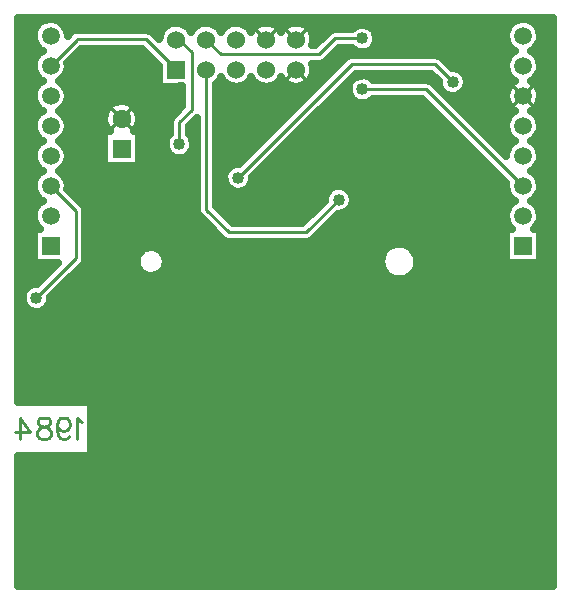
<source format=gbr>
G04 DipTrace 2.3.0.1*
%INBottomCopper.gbr*%
%MOIN*%
%ADD14C,0.01*%
%ADD16C,0.025*%
%ADD17C,0.013*%
%ADD21R,0.063X0.063*%
%ADD22C,0.063*%
%ADD23C,0.06*%
%ADD24R,0.06X0.06*%
%ADD25R,0.0598X0.0598*%
%ADD26C,0.0598*%
%ADD30C,0.04*%
%ADD32C,0.1654*%
%ADD64C,0.0108*%
%FSLAX44Y44*%
G04*
G70*
G90*
G75*
G01*
%LNBottom*%
%LPD*%
X5662Y17594D2*
D14*
Y17606D1*
X4662Y18606D1*
X2359D1*
Y18594D1*
X1477Y17713D1*
X5770Y15104D2*
Y15837D1*
X6174Y16240D1*
Y18181D1*
X5768Y18587D1*
X5670D1*
X5662Y18594D1*
X14879Y17181D2*
X14295Y17765D1*
X11512D1*
X7735Y13988D1*
X6662Y17594D2*
Y12921D1*
X7418Y12165D1*
X9997D1*
X11083Y13252D1*
X17225Y13713D2*
X14001Y16937D1*
X11871D1*
Y18631D2*
X10965D1*
X10432Y18098D1*
X7158D1*
X6662Y18594D1*
X1477Y13713D2*
X2323Y12866D1*
Y11299D1*
X1005Y9980D1*
D30*
X5770Y15104D3*
X14879Y17181D3*
X7735Y13988D3*
X11083Y13252D3*
X11871Y16937D3*
Y18631D3*
X1005Y9980D3*
D32*
X17087Y2500D3*
X1930D3*
X410Y19052D2*
D16*
X1003D1*
X1952D2*
X5304D1*
X6018D2*
X6304D1*
X7018D2*
X7304D1*
X8018D2*
X8304D1*
X9018D2*
X9304D1*
X10018D2*
X11648D1*
X12096D2*
X16749D1*
X17702D2*
X18214D1*
X410Y18803D2*
X894D1*
X4936D2*
X5112D1*
X10213D2*
X10667D1*
X12327D2*
X16644D1*
X17807D2*
X18214D1*
X410Y18554D2*
X909D1*
X10252D2*
X10417D1*
X12354D2*
X16659D1*
X17791D2*
X18214D1*
X410Y18305D2*
X1062D1*
X11108D2*
X11515D1*
X12229D2*
X16812D1*
X17639D2*
X18214D1*
X410Y18057D2*
X1007D1*
X2291D2*
X4741D1*
X10862D2*
X11370D1*
X14440D2*
X16753D1*
X17698D2*
X18214D1*
X410Y17808D2*
X898D1*
X2057D2*
X4991D1*
X10577D2*
X11085D1*
X14721D2*
X16644D1*
X17807D2*
X18214D1*
X410Y17559D2*
X909D1*
X2045D2*
X5073D1*
X10252D2*
X10835D1*
X15174D2*
X16655D1*
X17791D2*
X18214D1*
X410Y17311D2*
X1058D1*
X1897D2*
X5073D1*
X10174D2*
X10589D1*
X12174D2*
X14280D1*
X15350D2*
X16804D1*
X17647D2*
X18214D1*
X410Y17062D2*
X1011D1*
X1944D2*
X5073D1*
X7002D2*
X7448D1*
X7877D2*
X8448D1*
X8877D2*
X9448D1*
X9877D2*
X10339D1*
X15354D2*
X16757D1*
X17694D2*
X18214D1*
X410Y16813D2*
X898D1*
X2057D2*
X5835D1*
X7002D2*
X10089D1*
X11030D2*
X11398D1*
X15186D2*
X16644D1*
X17803D2*
X18214D1*
X410Y16565D2*
X909D1*
X2045D2*
X5835D1*
X7002D2*
X9843D1*
X10780D2*
X11569D1*
X12174D2*
X13902D1*
X14842D2*
X16655D1*
X17795D2*
X18214D1*
X410Y16316D2*
X1050D1*
X1905D2*
X3355D1*
X4323D2*
X5780D1*
X7002D2*
X9593D1*
X10534D2*
X14152D1*
X15092D2*
X16800D1*
X17651D2*
X18214D1*
X410Y16067D2*
X1015D1*
X1940D2*
X3245D1*
X4436D2*
X5530D1*
X7002D2*
X9343D1*
X10284D2*
X14402D1*
X15342D2*
X16761D1*
X17690D2*
X18214D1*
X410Y15819D2*
X898D1*
X2057D2*
X3253D1*
X4428D2*
X5429D1*
X7002D2*
X9097D1*
X10034D2*
X14648D1*
X15588D2*
X16648D1*
X17803D2*
X18214D1*
X410Y15570D2*
X905D1*
X2049D2*
X3386D1*
X4291D2*
X5429D1*
X6112D2*
X6323D1*
X7002D2*
X8847D1*
X9787D2*
X14898D1*
X15838D2*
X16655D1*
X17795D2*
X18214D1*
X410Y15321D2*
X1046D1*
X1909D2*
X3234D1*
X4444D2*
X5335D1*
X7002D2*
X8597D1*
X9537D2*
X15148D1*
X16088D2*
X16792D1*
X17655D2*
X18214D1*
X410Y15073D2*
X1019D1*
X1936D2*
X3234D1*
X4444D2*
X5280D1*
X7002D2*
X8351D1*
X9291D2*
X15394D1*
X16334D2*
X16765D1*
X17686D2*
X18214D1*
X410Y14824D2*
X898D1*
X2053D2*
X3234D1*
X4444D2*
X5374D1*
X6166D2*
X6319D1*
X7002D2*
X8101D1*
X9041D2*
X15644D1*
X17803D2*
X18214D1*
X410Y14575D2*
X905D1*
X2049D2*
X3234D1*
X4444D2*
X6323D1*
X7002D2*
X7851D1*
X8791D2*
X15894D1*
X17795D2*
X18214D1*
X410Y14326D2*
X1042D1*
X1912D2*
X6323D1*
X7002D2*
X7390D1*
X8545D2*
X16140D1*
X17662D2*
X18214D1*
X410Y14078D2*
X1023D1*
X1932D2*
X6323D1*
X7002D2*
X7253D1*
X8295D2*
X16390D1*
X17678D2*
X18214D1*
X410Y13829D2*
X902D1*
X2053D2*
X6323D1*
X7002D2*
X7273D1*
X8198D2*
X16640D1*
X17803D2*
X18214D1*
X410Y13580D2*
X905D1*
X2080D2*
X6323D1*
X7002D2*
X7487D1*
X7983D2*
X10730D1*
X11436D2*
X16652D1*
X17799D2*
X18214D1*
X410Y13332D2*
X1034D1*
X2327D2*
X6323D1*
X7002D2*
X10601D1*
X11565D2*
X16784D1*
X17666D2*
X18214D1*
X410Y13083D2*
X1027D1*
X2577D2*
X6323D1*
X7002D2*
X10444D1*
X11541D2*
X16777D1*
X17674D2*
X18214D1*
X410Y12834D2*
X902D1*
X2662D2*
X6335D1*
X7221D2*
X10194D1*
X11311D2*
X16648D1*
X17799D2*
X18214D1*
X410Y12586D2*
X902D1*
X2662D2*
X6527D1*
X7467D2*
X9948D1*
X10889D2*
X16652D1*
X17799D2*
X18214D1*
X410Y12337D2*
X1030D1*
X2662D2*
X6777D1*
X10639D2*
X16780D1*
X17670D2*
X18214D1*
X410Y12088D2*
X890D1*
X2662D2*
X7027D1*
X10389D2*
X16636D1*
X17815D2*
X18214D1*
X410Y11840D2*
X890D1*
X2662D2*
X16636D1*
X17815D2*
X18214D1*
X410Y11591D2*
X890D1*
X2662D2*
X4527D1*
X5127D2*
X12616D1*
X13569D2*
X16636D1*
X17815D2*
X18214D1*
X410Y11342D2*
X890D1*
X2662D2*
X4343D1*
X5311D2*
X12487D1*
X13702D2*
X16636D1*
X17815D2*
X18214D1*
X410Y11094D2*
X1648D1*
X2588D2*
X4331D1*
X5323D2*
X12480D1*
X13709D2*
X18214D1*
X410Y10845D2*
X1398D1*
X2338D2*
X4472D1*
X5182D2*
X12585D1*
X13604D2*
X18214D1*
X410Y10596D2*
X1152D1*
X2092D2*
X18214D1*
X410Y10347D2*
X694D1*
X1842D2*
X18214D1*
X1592Y10099D2*
X18214D1*
X1475Y9850D2*
X18214D1*
X410Y9601D2*
X710D1*
X1299D2*
X18214D1*
X410Y9353D2*
X18214D1*
X410Y9104D2*
X18214D1*
X410Y8855D2*
X18214D1*
X410Y8607D2*
X18214D1*
X410Y8358D2*
X18214D1*
X410Y8109D2*
X18214D1*
X410Y7861D2*
X18214D1*
X410Y7612D2*
X18214D1*
X410Y7363D2*
X18214D1*
X410Y7115D2*
X18214D1*
X410Y6866D2*
X18214D1*
X410Y6617D2*
X18214D1*
X2862Y6368D2*
X18214D1*
X2862Y6120D2*
X18214D1*
X2862Y5871D2*
X18214D1*
X2862Y5622D2*
X18214D1*
X2862Y5374D2*
X18214D1*
X2862Y5125D2*
X18214D1*
X2862Y4876D2*
X18214D1*
X410Y4628D2*
X18214D1*
X410Y4379D2*
X18214D1*
X410Y4130D2*
X18214D1*
X410Y3882D2*
X18214D1*
X410Y3633D2*
X18214D1*
X410Y3384D2*
X18214D1*
X410Y3135D2*
X18214D1*
X410Y2887D2*
X18214D1*
X410Y2638D2*
X18214D1*
X410Y2389D2*
X18214D1*
X410Y2141D2*
X18214D1*
X410Y1892D2*
X18214D1*
X410Y1643D2*
X18214D1*
X410Y1395D2*
X18214D1*
X410Y1146D2*
X18214D1*
X410Y897D2*
X18214D1*
X410Y649D2*
X18214D1*
X410Y400D2*
X18214D1*
X3384Y15541D2*
X3443D1*
X3374Y15614D1*
X3311Y15721D1*
X3272Y15840D1*
X3259Y15964D1*
X3273Y16088D1*
X3314Y16206D1*
X3378Y16313D1*
X3464Y16403D1*
X3568Y16473D1*
X3684Y16519D1*
X3807Y16540D1*
X3931Y16533D1*
X4052Y16500D1*
X4162Y16442D1*
X4258Y16362D1*
X4334Y16263D1*
X4387Y16151D1*
X4415Y16029D1*
X4417Y15911D1*
X4393Y15788D1*
X4343Y15674D1*
X4270Y15573D1*
X4239Y15541D1*
X4419D1*
Y14381D1*
X3259D1*
Y15541D1*
X3384D1*
X10226Y17570D2*
X10207Y17446D1*
X10161Y17330D1*
X10091Y17227D1*
X10000Y17142D1*
X9893Y17079D1*
X9774Y17041D1*
X9649Y17030D1*
X9526Y17046D1*
X9409Y17090D1*
X9304Y17157D1*
X9217Y17247D1*
X9162Y17331D1*
X9107Y17246D1*
X9020Y17157D1*
X8915Y17089D1*
X8798Y17046D1*
X8674Y17030D1*
X8550Y17041D1*
X8431Y17079D1*
X8324Y17142D1*
X8233Y17227D1*
X8161Y17334D1*
X8107Y17246D1*
X8020Y17157D1*
X7915Y17089D1*
X7798Y17046D1*
X7674Y17030D1*
X7550Y17041D1*
X7431Y17079D1*
X7324Y17142D1*
X7233Y17227D1*
X7161Y17334D1*
X7107Y17246D1*
X7020Y17157D1*
X6977Y17130D1*
Y13052D1*
X7550Y12478D1*
X9867Y12480D1*
X10616Y13230D1*
X10620Y13291D1*
X10647Y13413D1*
X10706Y13523D1*
X10791Y13614D1*
X10898Y13678D1*
X11018Y13712D1*
X11142Y13713D1*
X11263Y13681D1*
X11370Y13618D1*
X11457Y13529D1*
X11517Y13419D1*
X11548Y13252D1*
X11532Y13128D1*
X11483Y13014D1*
X11405Y12916D1*
X11304Y12843D1*
X11188Y12799D1*
X11068Y12788D1*
X10219Y11943D1*
X10116Y11874D1*
X9997Y11850D1*
X7418D1*
X7296Y11875D1*
X7195Y11943D1*
X6439Y12699D1*
X6371Y12802D1*
X6347Y12921D1*
Y15972D1*
X6084Y15705D1*
X6085Y15442D1*
X6144Y15380D1*
X6204Y15271D1*
X6235Y15104D1*
X6219Y14980D1*
X6170Y14866D1*
X6092Y14768D1*
X5991Y14695D1*
X5875Y14651D1*
X5751Y14639D1*
X5628Y14661D1*
X5516Y14715D1*
X5421Y14796D1*
X5352Y14900D1*
X5313Y15019D1*
X5307Y15143D1*
X5334Y15265D1*
X5393Y15375D1*
X5454Y15440D1*
X5455Y15837D1*
X5480Y15958D1*
X5548Y16059D1*
X5860Y16371D1*
X5859Y17033D1*
X5602Y17030D1*
X5097D1*
Y17729D1*
X4531Y18292D1*
X2502Y18291D1*
X2032Y17822D1*
X2041Y17713D1*
X2027Y17589D1*
X1987Y17471D1*
X1921Y17365D1*
X1834Y17276D1*
X1739Y17214D1*
X1798Y17176D1*
X1892Y17095D1*
X1966Y16994D1*
X2016Y16880D1*
X2041Y16713D1*
X2027Y16589D1*
X1987Y16471D1*
X1921Y16365D1*
X1834Y16276D1*
X1739Y16214D1*
X1798Y16176D1*
X1892Y16095D1*
X1966Y15994D1*
X2016Y15880D1*
X2041Y15713D1*
X2027Y15589D1*
X1987Y15471D1*
X1921Y15365D1*
X1834Y15276D1*
X1739Y15214D1*
X1798Y15176D1*
X1892Y15095D1*
X1966Y14994D1*
X2016Y14880D1*
X2041Y14713D1*
X2027Y14589D1*
X1987Y14471D1*
X1921Y14365D1*
X1834Y14276D1*
X1739Y14214D1*
X1798Y14176D1*
X1892Y14095D1*
X1966Y13994D1*
X2016Y13880D1*
X2041Y13713D1*
X2030Y13608D1*
X2546Y13089D1*
X2615Y12985D1*
X2638Y12866D1*
Y11299D1*
X2614Y11177D1*
X2546Y11077D1*
X1472Y10002D1*
X1453Y9857D1*
X1404Y9742D1*
X1326Y9645D1*
X1226Y9571D1*
X1109Y9527D1*
X985Y9516D1*
X862Y9538D1*
X750Y9591D1*
X656Y9673D1*
X587Y9777D1*
X548Y9895D1*
X541Y10020D1*
X568Y10141D1*
X627Y10251D1*
X712Y10342D1*
X819Y10407D1*
X939Y10441D1*
X1021D1*
X1729Y11150D1*
X913Y11148D1*
Y12277D1*
X1120D1*
X1047Y12347D1*
X977Y12451D1*
X932Y12567D1*
X913Y12690D1*
X922Y12815D1*
X958Y12934D1*
X1020Y13043D1*
X1103Y13135D1*
X1216Y13211D1*
X1138Y13262D1*
X1047Y13347D1*
X977Y13451D1*
X932Y13567D1*
X913Y13690D1*
X922Y13815D1*
X958Y13934D1*
X1020Y14043D1*
X1103Y14135D1*
X1216Y14211D1*
X1138Y14262D1*
X1047Y14347D1*
X977Y14451D1*
X932Y14567D1*
X913Y14690D1*
X922Y14815D1*
X958Y14934D1*
X1020Y15043D1*
X1103Y15135D1*
X1216Y15211D1*
X1138Y15262D1*
X1047Y15347D1*
X977Y15451D1*
X932Y15567D1*
X913Y15690D1*
X922Y15815D1*
X958Y15934D1*
X1020Y16043D1*
X1103Y16135D1*
X1216Y16211D1*
X1138Y16262D1*
X1047Y16347D1*
X977Y16451D1*
X932Y16567D1*
X913Y16690D1*
X922Y16815D1*
X958Y16934D1*
X1020Y17043D1*
X1103Y17135D1*
X1216Y17211D1*
X1138Y17262D1*
X1047Y17347D1*
X977Y17451D1*
X932Y17567D1*
X913Y17690D1*
X922Y17815D1*
X958Y17934D1*
X1020Y18043D1*
X1103Y18135D1*
X1216Y18211D1*
X1138Y18262D1*
X1047Y18347D1*
X977Y18451D1*
X932Y18567D1*
X913Y18690D1*
X922Y18815D1*
X958Y18934D1*
X1020Y19043D1*
X1103Y19135D1*
X1205Y19207D1*
X1321Y19255D1*
X1444Y19276D1*
X1568Y19269D1*
X1688Y19236D1*
X1798Y19176D1*
X1892Y19095D1*
X1966Y18994D1*
X2016Y18880D1*
X2041Y18722D1*
X2138Y18831D1*
X2242Y18899D1*
X2359Y18921D1*
X4662D1*
X4784Y18897D1*
X4885Y18829D1*
X5097Y18616D1*
X5106Y18694D1*
X5141Y18814D1*
X5202Y18923D1*
X5286Y19016D1*
X5387Y19088D1*
X5502Y19136D1*
X5625Y19158D1*
X5750Y19153D1*
X5870Y19120D1*
X5980Y19061D1*
X6075Y18980D1*
X6161Y18855D1*
X6202Y18923D1*
X6286Y19016D1*
X6387Y19088D1*
X6502Y19136D1*
X6625Y19158D1*
X6750Y19153D1*
X6870Y19120D1*
X6980Y19061D1*
X7075Y18980D1*
X7161Y18855D1*
X7202Y18923D1*
X7286Y19016D1*
X7387Y19088D1*
X7502Y19136D1*
X7625Y19158D1*
X7750Y19153D1*
X7870Y19120D1*
X7980Y19061D1*
X8075Y18980D1*
X8161Y18855D1*
X8233Y18962D1*
X8324Y19047D1*
X8432Y19110D1*
X8551Y19148D1*
X8675Y19159D1*
X8799Y19143D1*
X8916Y19099D1*
X9020Y19031D1*
X9107Y18942D1*
X9163Y18859D1*
X9233Y18962D1*
X9324Y19047D1*
X9432Y19110D1*
X9551Y19148D1*
X9675Y19159D1*
X9799Y19143D1*
X9916Y19099D1*
X10020Y19031D1*
X10107Y18942D1*
X10173Y18836D1*
X10213Y18718D1*
X10227Y18594D1*
X10213Y18471D1*
X10197Y18413D1*
X10303D1*
X10742Y18854D1*
X10845Y18923D1*
X10965Y18946D1*
X11531D1*
X11579Y18993D1*
X11686Y19058D1*
X11806Y19091D1*
X11930Y19092D1*
X12051Y19060D1*
X12158Y18997D1*
X12245Y18908D1*
X12305Y18799D1*
X12336Y18631D1*
X12320Y18508D1*
X12271Y18393D1*
X12193Y18296D1*
X12092Y18222D1*
X11976Y18178D1*
X11852Y18167D1*
X11729Y18189D1*
X11617Y18242D1*
X11531Y18316D1*
X11094D1*
X10654Y17876D1*
X10551Y17807D1*
X10432Y17784D1*
X10193D1*
X10222Y17669D1*
X10226Y17570D1*
X16786Y12277D2*
X16868D1*
X16795Y12347D1*
X16725Y12451D1*
X16680Y12567D1*
X16661Y12690D1*
X16670Y12815D1*
X16706Y12934D1*
X16768Y13043D1*
X16851Y13135D1*
X16964Y13211D1*
X16886Y13262D1*
X16795Y13347D1*
X16725Y13451D1*
X16680Y13567D1*
X16661Y13690D1*
X16671Y13818D1*
X13997Y16495D1*
X13867Y16625D1*
X12376Y16622D1*
X12215D1*
X12092Y16528D1*
X11976Y16484D1*
X11852Y16473D1*
X11729Y16494D1*
X11617Y16548D1*
X11522Y16630D1*
X11453Y16734D1*
X11414Y16852D1*
X11408Y16976D1*
X11435Y17098D1*
X11494Y17208D1*
X11579Y17299D1*
X11686Y17363D1*
X11806Y17397D1*
X11930Y17398D1*
X12051Y17366D1*
X12158Y17303D1*
X12210Y17250D1*
X14001Y17252D1*
X14122Y17227D1*
X14223Y17160D1*
X16662Y14721D1*
X16670Y14815D1*
X16706Y14934D1*
X16768Y15043D1*
X16851Y15135D1*
X16964Y15211D1*
X16886Y15262D1*
X16795Y15347D1*
X16725Y15451D1*
X16680Y15567D1*
X16661Y15690D1*
X16670Y15815D1*
X16706Y15934D1*
X16768Y16043D1*
X16851Y16135D1*
X16964Y16211D1*
X16866Y16277D1*
X16779Y16367D1*
X16714Y16473D1*
X16674Y16591D1*
X16661Y16715D1*
X16675Y16839D1*
X16717Y16957D1*
X16783Y17063D1*
X16870Y17151D1*
X16964Y17212D1*
X16886Y17262D1*
X16795Y17347D1*
X16725Y17451D1*
X16680Y17567D1*
X16661Y17690D1*
X16670Y17815D1*
X16706Y17934D1*
X16768Y18043D1*
X16851Y18135D1*
X16964Y18211D1*
X16886Y18262D1*
X16795Y18347D1*
X16725Y18451D1*
X16680Y18567D1*
X16661Y18690D1*
X16670Y18815D1*
X16706Y18934D1*
X16768Y19043D1*
X16851Y19135D1*
X16953Y19207D1*
X17069Y19255D1*
X17192Y19276D1*
X17316Y19269D1*
X17436Y19236D1*
X17546Y19176D1*
X17640Y19095D1*
X17714Y18994D1*
X17764Y18880D1*
X17789Y18713D1*
X17775Y18589D1*
X17735Y18471D1*
X17669Y18365D1*
X17582Y18276D1*
X17487Y18214D1*
X17546Y18176D1*
X17640Y18095D1*
X17714Y17994D1*
X17764Y17880D1*
X17789Y17713D1*
X17775Y17589D1*
X17735Y17471D1*
X17669Y17365D1*
X17582Y17276D1*
X17487Y17214D1*
X17605Y17130D1*
X17687Y17036D1*
X17747Y16927D1*
X17781Y16807D1*
X17789Y16688D1*
X17769Y16564D1*
X17723Y16448D1*
X17653Y16345D1*
X17562Y16260D1*
X17486Y16213D1*
X17546Y16176D1*
X17640Y16095D1*
X17714Y15994D1*
X17764Y15880D1*
X17789Y15713D1*
X17775Y15589D1*
X17735Y15471D1*
X17669Y15365D1*
X17582Y15276D1*
X17487Y15214D1*
X17546Y15176D1*
X17640Y15095D1*
X17714Y14994D1*
X17764Y14880D1*
X17789Y14713D1*
X17775Y14589D1*
X17735Y14471D1*
X17669Y14365D1*
X17582Y14276D1*
X17487Y14214D1*
X17546Y14176D1*
X17640Y14095D1*
X17714Y13994D1*
X17764Y13880D1*
X17789Y13713D1*
X17775Y13589D1*
X17735Y13471D1*
X17669Y13365D1*
X17582Y13276D1*
X17487Y13214D1*
X17546Y13176D1*
X17640Y13095D1*
X17714Y12994D1*
X17764Y12880D1*
X17789Y12713D1*
X17775Y12589D1*
X17735Y12471D1*
X17669Y12365D1*
X17584Y12278D1*
X17789Y12277D1*
Y11148D1*
X16661D1*
Y12277D1*
X16786D1*
X13681Y11072D2*
X13642Y10953D1*
X13580Y10845D1*
X13497Y10752D1*
X13396Y10678D1*
X13283Y10627D1*
X13161Y10600D1*
X13036Y10599D1*
X12914Y10624D1*
X12799Y10674D1*
X12698Y10746D1*
X12613Y10838D1*
X12549Y10945D1*
X12509Y11064D1*
X12495Y11187D1*
X12506Y11312D1*
X12542Y11431D1*
X12603Y11540D1*
X12685Y11634D1*
X12784Y11709D1*
X12897Y11762D1*
X13019Y11791D1*
X13144Y11794D1*
X13266Y11770D1*
X13381Y11722D1*
X13484Y11651D1*
X13570Y11561D1*
X13635Y11455D1*
X13677Y11337D1*
X13694Y11196D1*
X13681Y11072D1*
X5292D2*
X5244Y10957D1*
X5169Y10858D1*
X5071Y10781D1*
X4956Y10732D1*
X4833Y10715D1*
X4709Y10729D1*
X4593Y10775D1*
X4493Y10849D1*
X4415Y10946D1*
X4364Y11060D1*
X4345Y11184D1*
X4358Y11308D1*
X4402Y11424D1*
X4475Y11525D1*
X4571Y11604D1*
X4685Y11656D1*
X4808Y11677D1*
X4932Y11666D1*
X5049Y11623D1*
X5151Y11552D1*
X5231Y11456D1*
X5285Y11344D1*
X5308Y11196D1*
X5292Y11072D1*
X388Y6500D2*
X2838D1*
Y4708D1*
X388D1*
X385Y4050D1*
Y385D1*
X18238D1*
Y19300D1*
X385D1*
Y6499D1*
X14416Y17199D2*
X14162Y17453D1*
X12420Y17450D1*
X11642D1*
X8202Y14010D1*
X8183Y13865D1*
X8134Y13750D1*
X8057Y13653D1*
X7956Y13579D1*
X7839Y13535D1*
X7715Y13524D1*
X7593Y13546D1*
X7480Y13599D1*
X7386Y13681D1*
X7317Y13785D1*
X7278Y13903D1*
X7272Y14028D1*
X7299Y14149D1*
X7357Y14259D1*
X7443Y14350D1*
X7549Y14414D1*
X7669Y14448D1*
X7751Y14449D1*
X11289Y17988D1*
X11393Y18057D1*
X11512Y18080D1*
X14295D1*
X14416Y18056D1*
X14517Y17988D1*
X14857Y17648D1*
X14938Y17642D1*
X15058Y17610D1*
X15165Y17547D1*
X15252Y17458D1*
X15312Y17348D1*
X15344Y17181D1*
X15327Y17058D1*
X15278Y16943D1*
X15200Y16845D1*
X15100Y16772D1*
X14983Y16728D1*
X14859Y16717D1*
X14736Y16739D1*
X14624Y16792D1*
X14530Y16874D1*
X14461Y16978D1*
X14422Y17096D1*
X14416Y17201D1*
X3430Y16370D2*
D17*
X4249Y15551D1*
Y16370D2*
X3430Y15551D1*
X9662Y17594D2*
X10061Y17195D1*
X9662Y17594D2*
X9263Y17195D1*
Y18994D2*
X9662Y18594D1*
X10061Y18994D2*
X9662Y18594D1*
X8263Y18994D2*
X8662Y18594D1*
X9061Y18994D2*
X8662Y18594D1*
X16827Y17111D2*
X17624Y16314D1*
Y17111D2*
X16827Y16314D1*
D21*
X3839Y14961D3*
D22*
Y15961D3*
D23*
X9662Y17594D3*
Y18594D3*
X8662D3*
Y17594D3*
X7662Y18594D3*
Y17594D3*
X6662Y18594D3*
Y17594D3*
D24*
X5662D3*
D23*
Y18594D3*
D25*
X1477Y11713D3*
D26*
Y12713D3*
Y13713D3*
Y14713D3*
Y15713D3*
Y16713D3*
Y17713D3*
Y18713D3*
D25*
X17225Y11713D3*
D26*
Y12713D3*
Y13713D3*
Y14713D3*
Y15713D3*
Y16713D3*
Y17713D3*
Y18713D3*
X2519Y5863D2*
D64*
X2451Y5897D1*
X2351Y5997D1*
Y5294D1*
X1699Y5763D2*
X1733Y5663D1*
X1800Y5595D1*
X1900Y5562D1*
X1933D1*
X2034Y5595D1*
X2101Y5663D1*
X2135Y5763D1*
Y5797D1*
X2101Y5897D1*
X2034Y5964D1*
X1933Y5997D1*
X1900D1*
X1800Y5964D1*
X1733Y5897D1*
X1699Y5763D1*
Y5595D1*
X1733Y5428D1*
X1800Y5328D1*
X1900Y5294D1*
X1967D1*
X2067Y5328D1*
X2101Y5395D1*
X1316Y5997D2*
X1416Y5964D1*
X1450Y5897D1*
Y5830D1*
X1416Y5763D1*
X1349Y5729D1*
X1215Y5696D1*
X1115Y5663D1*
X1048Y5595D1*
X1015Y5529D1*
Y5428D1*
X1048Y5362D1*
X1081Y5328D1*
X1182Y5294D1*
X1316D1*
X1416Y5328D1*
X1450Y5362D1*
X1483Y5428D1*
Y5529D1*
X1450Y5595D1*
X1382Y5663D1*
X1282Y5696D1*
X1149Y5729D1*
X1081Y5763D1*
X1048Y5830D1*
Y5897D1*
X1081Y5964D1*
X1182Y5997D1*
X1316D1*
X464Y5294D2*
Y5997D1*
X799Y5529D1*
X296D1*
M02*

</source>
